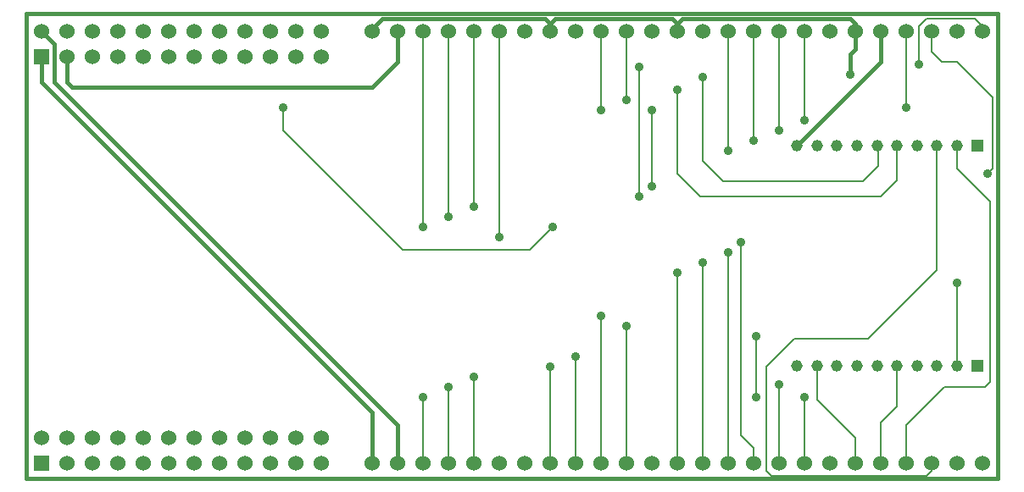
<source format=gbl>
G04 (created by PCBNEW-RS274X (2012-apr-16-27)-stable) date Sun 17 Nov 2013 10:41:53 AM EET*
G01*
G70*
G90*
%MOIN*%
G04 Gerber Fmt 3.4, Leading zero omitted, Abs format*
%FSLAX34Y34*%
G04 APERTURE LIST*
%ADD10C,0.006000*%
%ADD11C,0.015000*%
%ADD12R,0.060000X0.060000*%
%ADD13C,0.060000*%
%ADD14C,0.045300*%
%ADD15R,0.045300X0.045300*%
%ADD16C,0.035000*%
%ADD17C,0.008000*%
%ADD18C,0.016000*%
G04 APERTURE END LIST*
G54D10*
G54D11*
X13400Y-30100D02*
X51600Y-30100D01*
X51600Y-11800D02*
X13400Y-11800D01*
X51600Y-30100D02*
X51600Y-11800D01*
X13400Y-11800D02*
X13400Y-30100D01*
G54D12*
X14000Y-29500D03*
G54D13*
X14000Y-28500D03*
X15000Y-29500D03*
X15000Y-28500D03*
X16000Y-29500D03*
X16000Y-28500D03*
X17000Y-29500D03*
X17000Y-28500D03*
X18000Y-29500D03*
X18000Y-28500D03*
X19000Y-29500D03*
X19000Y-28500D03*
X20000Y-29500D03*
X20000Y-28500D03*
X21000Y-29500D03*
X21000Y-28500D03*
X22000Y-29500D03*
X22000Y-28500D03*
X23000Y-29500D03*
X23000Y-28500D03*
X24000Y-29500D03*
X24000Y-28500D03*
X25000Y-29500D03*
X25000Y-28500D03*
G54D12*
X14000Y-13500D03*
G54D13*
X14000Y-12500D03*
X15000Y-13500D03*
X15000Y-12500D03*
X16000Y-13500D03*
X16000Y-12500D03*
X17000Y-13500D03*
X17000Y-12500D03*
X18000Y-13500D03*
X18000Y-12500D03*
X19000Y-13500D03*
X19000Y-12500D03*
X20000Y-13500D03*
X20000Y-12500D03*
X21000Y-13500D03*
X21000Y-12500D03*
X22000Y-13500D03*
X22000Y-12500D03*
X23000Y-13500D03*
X23000Y-12500D03*
X24000Y-13500D03*
X24000Y-12500D03*
X25000Y-13500D03*
X25000Y-12500D03*
X27000Y-12500D03*
X28000Y-12500D03*
X29000Y-12500D03*
X30000Y-12500D03*
X31000Y-12500D03*
X32000Y-12500D03*
X33000Y-12500D03*
X34000Y-12500D03*
X35000Y-12500D03*
X36000Y-12500D03*
X37000Y-12500D03*
X38000Y-12500D03*
X39000Y-12500D03*
X40000Y-12500D03*
X41000Y-12500D03*
X42000Y-12500D03*
X43000Y-12500D03*
X44000Y-12500D03*
X45000Y-12500D03*
X46000Y-12500D03*
X47000Y-12500D03*
X48000Y-12500D03*
X49000Y-12500D03*
X50000Y-12500D03*
X51000Y-12500D03*
X27000Y-29500D03*
X28000Y-29500D03*
X29000Y-29500D03*
X30000Y-29500D03*
X31000Y-29500D03*
X32000Y-29500D03*
X33000Y-29500D03*
X34000Y-29500D03*
X35000Y-29500D03*
X36000Y-29500D03*
X37000Y-29500D03*
X38000Y-29500D03*
X39000Y-29500D03*
X40000Y-29500D03*
X41000Y-29500D03*
X42000Y-29500D03*
X43000Y-29500D03*
X44000Y-29500D03*
X45000Y-29500D03*
X46000Y-29500D03*
X47000Y-29500D03*
X48000Y-29500D03*
X49000Y-29500D03*
X50000Y-29500D03*
X51000Y-29500D03*
G54D14*
X43701Y-17008D03*
X46850Y-17008D03*
X46063Y-17008D03*
X45275Y-17008D03*
X44488Y-17008D03*
X47638Y-17008D03*
X48425Y-17008D03*
X49213Y-17008D03*
G54D15*
X50787Y-17008D03*
G54D14*
X50000Y-17008D03*
X43701Y-25669D03*
X46850Y-25669D03*
X46063Y-25669D03*
X45275Y-25669D03*
X44488Y-25669D03*
X47638Y-25669D03*
X48425Y-25669D03*
X49213Y-25669D03*
G54D15*
X50787Y-25669D03*
G54D14*
X50000Y-25669D03*
G54D16*
X32000Y-20600D03*
X35000Y-25300D03*
X36000Y-15600D03*
X37000Y-15200D03*
X48500Y-13800D03*
X37500Y-13900D03*
X37500Y-19000D03*
X34000Y-25700D03*
X37000Y-24100D03*
X36000Y-23700D03*
X41000Y-17200D03*
X42000Y-16800D03*
X42000Y-12500D03*
X43000Y-16400D03*
X44000Y-16000D03*
X39000Y-22000D03*
X40000Y-21600D03*
X41000Y-21200D03*
X41500Y-20800D03*
X43000Y-26400D03*
X42100Y-24500D03*
X42100Y-26900D03*
X44000Y-26900D03*
X39000Y-14800D03*
X40000Y-14300D03*
X30000Y-26500D03*
X31000Y-26100D03*
X29000Y-26900D03*
X50000Y-22400D03*
X51200Y-18100D03*
X30000Y-19800D03*
X31000Y-19400D03*
X38000Y-18600D03*
X38000Y-15600D03*
X48000Y-15500D03*
X29000Y-20200D03*
X34100Y-20200D03*
X23500Y-15500D03*
X45800Y-14200D03*
G54D17*
X32000Y-20600D02*
X32000Y-12500D01*
X35000Y-25300D02*
X35000Y-29500D01*
X36000Y-15600D02*
X36000Y-12500D01*
X37000Y-15200D02*
X37000Y-12500D01*
X48500Y-13800D02*
X48500Y-12300D01*
X48500Y-12300D02*
X48800Y-12000D01*
X48800Y-12000D02*
X50700Y-12000D01*
X50700Y-12000D02*
X51000Y-12300D01*
X51000Y-12300D02*
X51000Y-12500D01*
X37500Y-19000D02*
X37500Y-13900D01*
X34000Y-25700D02*
X34000Y-29500D01*
X37000Y-24100D02*
X37000Y-29500D01*
X36000Y-23700D02*
X36000Y-29500D01*
X41000Y-17200D02*
X41000Y-12500D01*
X42000Y-16800D02*
X42000Y-12500D01*
X43000Y-16400D02*
X43000Y-12500D01*
X44000Y-16000D02*
X44000Y-12500D01*
X39000Y-22000D02*
X39000Y-29500D01*
X40000Y-21600D02*
X40000Y-29500D01*
X41000Y-21200D02*
X41000Y-29500D01*
X42000Y-28900D02*
X42000Y-29500D01*
X41500Y-28400D02*
X42000Y-28900D01*
X41500Y-20800D02*
X41500Y-28400D01*
X43000Y-26400D02*
X43000Y-29500D01*
X42100Y-24500D02*
X42100Y-26900D01*
X44000Y-26900D02*
X44000Y-29500D01*
X39000Y-14800D02*
X39000Y-18100D01*
X39900Y-19000D02*
X47000Y-19000D01*
X47000Y-19000D02*
X47638Y-18362D01*
X47638Y-17008D02*
X47638Y-18362D01*
X39000Y-18100D02*
X39900Y-19000D01*
X46900Y-17800D02*
X46900Y-17058D01*
X40000Y-14300D02*
X40000Y-17600D01*
X46850Y-17008D02*
X46900Y-17058D01*
X46300Y-18400D02*
X46900Y-17800D01*
X40800Y-18400D02*
X46300Y-18400D01*
X40000Y-17600D02*
X40800Y-18400D01*
X30000Y-26500D02*
X30000Y-29500D01*
X31000Y-26100D02*
X31000Y-29500D01*
X29000Y-26900D02*
X29000Y-29500D01*
X50000Y-22400D02*
X50000Y-25669D01*
X49400Y-13700D02*
X49000Y-13300D01*
X51400Y-15100D02*
X50000Y-13700D01*
X51400Y-17900D02*
X51400Y-15100D01*
X50000Y-13700D02*
X49400Y-13700D01*
X51200Y-18100D02*
X51400Y-17900D01*
X49000Y-13300D02*
X49000Y-12500D01*
X30000Y-19800D02*
X30000Y-12500D01*
X31000Y-19400D02*
X31000Y-12500D01*
X38000Y-18600D02*
X38000Y-15600D01*
X48000Y-15500D02*
X48000Y-12500D01*
X29000Y-20200D02*
X29000Y-12500D01*
X44500Y-27000D02*
X44500Y-25681D01*
X46000Y-28500D02*
X44500Y-27000D01*
X44500Y-25681D02*
X44488Y-25669D01*
X46000Y-28500D02*
X46000Y-29500D01*
X47000Y-27900D02*
X47638Y-27262D01*
X47638Y-27262D02*
X47638Y-25669D01*
X47000Y-29500D02*
X47000Y-27900D01*
X49000Y-29800D02*
X49000Y-29500D01*
X49213Y-21887D02*
X46500Y-24600D01*
X43600Y-24600D02*
X42500Y-25700D01*
X42500Y-25700D02*
X42500Y-29800D01*
X46500Y-24600D02*
X43600Y-24600D01*
X42500Y-29800D02*
X42700Y-30000D01*
X42700Y-30000D02*
X48800Y-30000D01*
X49213Y-17008D02*
X49213Y-21887D01*
X48800Y-30000D02*
X49000Y-29800D01*
X50000Y-17900D02*
X50000Y-17008D01*
X49500Y-26500D02*
X51100Y-26500D01*
X51300Y-26300D02*
X51300Y-19200D01*
X51300Y-19200D02*
X50000Y-17900D01*
X51100Y-26500D02*
X51300Y-26300D01*
X48000Y-28000D02*
X48000Y-29500D01*
X48000Y-28000D02*
X49500Y-26500D01*
G54D18*
X15000Y-14500D02*
X15200Y-14700D01*
X15200Y-14700D02*
X27000Y-14700D01*
X27000Y-14700D02*
X28000Y-13700D01*
X28000Y-13700D02*
X28000Y-12500D01*
X15000Y-13500D02*
X15000Y-14500D01*
X43701Y-16999D02*
X47000Y-13700D01*
X47000Y-13700D02*
X47000Y-12500D01*
X43701Y-17008D02*
X43701Y-16999D01*
G54D17*
X33200Y-21100D02*
X28200Y-21100D01*
X23500Y-16400D02*
X23500Y-15500D01*
X28200Y-21100D02*
X23500Y-16400D01*
X34100Y-20200D02*
X33200Y-21100D01*
G54D18*
X46000Y-13200D02*
X46000Y-12500D01*
X39000Y-12200D02*
X39200Y-12000D01*
X27400Y-12000D02*
X33800Y-12000D01*
X45800Y-13400D02*
X46000Y-13200D01*
X39200Y-12000D02*
X45800Y-12000D01*
X39000Y-12500D02*
X39000Y-12200D01*
X34200Y-12000D02*
X38800Y-12000D01*
X45800Y-12000D02*
X46000Y-12200D01*
X46000Y-12200D02*
X46000Y-12500D01*
X27000Y-12400D02*
X27400Y-12000D01*
X45800Y-14200D02*
X45800Y-13400D01*
X33800Y-12000D02*
X34000Y-12200D01*
X27000Y-12500D02*
X27000Y-12400D01*
X34000Y-12200D02*
X34200Y-12000D01*
X34000Y-12500D02*
X34000Y-12200D01*
X38800Y-12000D02*
X39000Y-12200D01*
X14000Y-13500D02*
X14000Y-14500D01*
X27000Y-27500D02*
X27000Y-29500D01*
X14000Y-14500D02*
X27000Y-27500D01*
X14000Y-12500D02*
X14500Y-13000D01*
X28000Y-28000D02*
X28000Y-29500D01*
X14500Y-14500D02*
X28000Y-28000D01*
X14500Y-13000D02*
X14500Y-14500D01*
M02*

</source>
